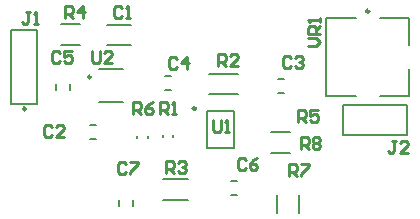
<source format=gbr>
G04*
G04 #@! TF.GenerationSoftware,Altium Limited,Altium Designer,25.3.3 (18)*
G04*
G04 Layer_Color=65535*
%FSLAX44Y44*%
%MOMM*%
G71*
G04*
G04 #@! TF.SameCoordinates,BFC568DA-C1B5-42DE-8167-96A376B3F609*
G04*
G04*
G04 #@! TF.FilePolarity,Positive*
G04*
G01*
G75*
%ADD10C,0.2500*%
%ADD11C,0.2000*%
%ADD12C,0.1270*%
%ADD13C,0.2540*%
D10*
X412980Y1133673D02*
G03*
X412980Y1133673I-1250J0D01*
G01*
X556850Y1134080D02*
G03*
X556850Y1134080I-1250J0D01*
G01*
X468079Y1160660D02*
G03*
X468079Y1160660I-1250J0D01*
G01*
X703560Y1216290D02*
G03*
X703560Y1216290I-1250J0D01*
G01*
D11*
X400480Y1138173D02*
Y1200173D01*
X422480D01*
Y1138173D02*
Y1200173D01*
X400480Y1138173D02*
X422480D01*
X529313Y1074530D02*
X550374D01*
X529313Y1056530D02*
X550374D01*
X586811Y1060769D02*
X591749D01*
X586811Y1072831D02*
X591749D01*
X681360Y1111250D02*
Y1136650D01*
X735960D01*
Y1111250D02*
Y1136650D01*
X681360Y1111250D02*
X735960D01*
X450531Y1149511D02*
Y1154449D01*
X438469Y1149511D02*
Y1154449D01*
X503871Y1051721D02*
Y1056659D01*
X491809Y1051721D02*
Y1056659D01*
X620650Y1113898D02*
X636651D01*
X620650Y1095898D02*
X636651D01*
X566350Y1100831D02*
Y1131831D01*
X589350Y1100831D02*
Y1131831D01*
X566350D02*
X589350D01*
X566350Y1100831D02*
X589350D01*
X568182Y1162990D02*
X592304D01*
X568182Y1145869D02*
X592304D01*
X475141Y1167160D02*
X495141D01*
X475141Y1139160D02*
X495141D01*
X625500Y1045864D02*
Y1060864D01*
X644500Y1045864D02*
Y1060864D01*
X530841Y1149669D02*
X535779D01*
X530841Y1161731D02*
X535779D01*
X467521Y1107759D02*
X472459D01*
X467521Y1119821D02*
X472459D01*
X442850Y1187340D02*
X458849D01*
X442850Y1205340D02*
X458849D01*
X667010Y1144290D02*
Y1210290D01*
X692060D01*
X712560D02*
X736910D01*
X712560Y1144290D02*
X736910D01*
X667010D02*
X692060D01*
X736910Y1187540D02*
Y1210290D01*
Y1144290D02*
Y1167040D01*
X626181Y1159191D02*
X631119D01*
X626181Y1147129D02*
X631119D01*
X481512Y1187840D02*
X501634D01*
X481512Y1204840D02*
X501634D01*
D12*
X537900Y1109570D02*
Y1111770D01*
X528900Y1109570D02*
Y1111770D01*
X516310Y1108880D02*
Y1111080D01*
X507310Y1108880D02*
Y1111080D01*
D13*
X416560Y1215308D02*
X413228D01*
X414894D01*
Y1206978D01*
X413228Y1205312D01*
X411562D01*
X409896Y1206978D01*
X419892Y1205312D02*
X423224D01*
X421558D01*
Y1215308D01*
X419892Y1213642D01*
X531419Y1079582D02*
Y1089578D01*
X536418D01*
X538084Y1087912D01*
Y1084580D01*
X536418Y1082914D01*
X531419D01*
X534752D02*
X538084Y1079582D01*
X541416Y1087912D02*
X543082Y1089578D01*
X546414D01*
X548081Y1087912D01*
Y1086246D01*
X546414Y1084580D01*
X544748D01*
X546414D01*
X548081Y1082914D01*
Y1081248D01*
X546414Y1079582D01*
X543082D01*
X541416Y1081248D01*
X598953Y1090452D02*
X597287Y1092118D01*
X593955D01*
X592289Y1090452D01*
Y1083788D01*
X593955Y1082122D01*
X597287D01*
X598953Y1083788D01*
X608950Y1092118D02*
X605618Y1090452D01*
X602286Y1087120D01*
Y1083788D01*
X603952Y1082122D01*
X607284D01*
X608950Y1083788D01*
Y1085454D01*
X607284Y1087120D01*
X602286D01*
X726044Y1106088D02*
X722712D01*
X724378D01*
Y1097758D01*
X722712Y1096092D01*
X721046D01*
X719379Y1097758D01*
X736041Y1096092D02*
X729376D01*
X736041Y1102756D01*
Y1104422D01*
X734374Y1106088D01*
X731042D01*
X729376Y1104422D01*
X441564Y1180622D02*
X439898Y1182288D01*
X436566D01*
X434899Y1180622D01*
Y1173958D01*
X436566Y1172292D01*
X439898D01*
X441564Y1173958D01*
X451561Y1182288D02*
X444896D01*
Y1177290D01*
X448228Y1178956D01*
X449894D01*
X451561Y1177290D01*
Y1173958D01*
X449894Y1172292D01*
X446562D01*
X444896Y1173958D01*
X497444Y1086732D02*
X495778Y1088398D01*
X492445D01*
X490779Y1086732D01*
Y1080068D01*
X492445Y1078401D01*
X495778D01*
X497444Y1080068D01*
X500776Y1088398D02*
X507441D01*
Y1086732D01*
X500776Y1080068D01*
Y1078401D01*
X526735Y1129112D02*
Y1139108D01*
X531734D01*
X533400Y1137442D01*
Y1134110D01*
X531734Y1132444D01*
X526735D01*
X530068D02*
X533400Y1129112D01*
X536732D02*
X540065D01*
X538398D01*
Y1139108D01*
X536732Y1137442D01*
X645600Y1099900D02*
Y1109897D01*
X650598D01*
X652264Y1108231D01*
Y1104899D01*
X650598Y1103232D01*
X645600D01*
X648932D02*
X652264Y1099900D01*
X655597Y1108231D02*
X657263Y1109897D01*
X660595D01*
X662261Y1108231D01*
Y1106565D01*
X660595Y1104899D01*
X662261Y1103232D01*
Y1101566D01*
X660595Y1099900D01*
X657263D01*
X655597Y1101566D01*
Y1103232D01*
X657263Y1104899D01*
X655597Y1106565D01*
Y1108231D01*
X657263Y1104899D02*
X660595D01*
X571185Y1123868D02*
Y1115538D01*
X572852Y1113872D01*
X576184D01*
X577850Y1115538D01*
Y1123868D01*
X581182Y1113872D02*
X584515D01*
X582848D01*
Y1123868D01*
X581182Y1122202D01*
X575722Y1169752D02*
Y1179748D01*
X580720D01*
X582386Y1178082D01*
Y1174750D01*
X580720Y1173084D01*
X575722D01*
X579054D02*
X582386Y1169752D01*
X592383D02*
X585718D01*
X592383Y1176416D01*
Y1178082D01*
X590717Y1179748D01*
X587384D01*
X585718Y1178082D01*
X469189Y1182288D02*
Y1173958D01*
X470855Y1172292D01*
X474188D01*
X475854Y1173958D01*
Y1182288D01*
X485851Y1172292D02*
X479186D01*
X485851Y1178956D01*
Y1180622D01*
X484184Y1182288D01*
X480852D01*
X479186Y1180622D01*
X643179Y1122762D02*
Y1132758D01*
X648178D01*
X649844Y1131092D01*
Y1127760D01*
X648178Y1126094D01*
X643179D01*
X646512D02*
X649844Y1122762D01*
X659841Y1132758D02*
X653176D01*
Y1127760D01*
X656508Y1129426D01*
X658175D01*
X659841Y1127760D01*
Y1124428D01*
X658175Y1122762D01*
X654842D01*
X653176Y1124428D01*
X635559Y1077042D02*
Y1087038D01*
X640558D01*
X642224Y1085372D01*
Y1082040D01*
X640558Y1080374D01*
X635559D01*
X638892D02*
X642224Y1077042D01*
X645556Y1087038D02*
X652221D01*
Y1085372D01*
X645556Y1078708D01*
Y1077042D01*
X540624Y1175542D02*
X538958Y1177208D01*
X535625D01*
X533959Y1175542D01*
Y1168878D01*
X535625Y1167212D01*
X538958D01*
X540624Y1168878D01*
X548955Y1167212D02*
Y1177208D01*
X543956Y1172210D01*
X550621D01*
X503479Y1129112D02*
Y1139108D01*
X508478D01*
X510144Y1137442D01*
Y1134110D01*
X508478Y1132444D01*
X503479D01*
X506812D02*
X510144Y1129112D01*
X520141Y1139108D02*
X516808Y1137442D01*
X513476Y1134110D01*
Y1130778D01*
X515142Y1129112D01*
X518475D01*
X520141Y1130778D01*
Y1132444D01*
X518475Y1134110D01*
X513476D01*
X435214Y1118392D02*
X433548Y1120058D01*
X430215D01*
X428549Y1118392D01*
Y1111728D01*
X430215Y1110062D01*
X433548D01*
X435214Y1111728D01*
X445211Y1110062D02*
X438546D01*
X445211Y1116726D01*
Y1118392D01*
X443545Y1120058D01*
X440212D01*
X438546Y1118392D01*
X446329Y1210392D02*
Y1220388D01*
X451328D01*
X452994Y1218722D01*
Y1215390D01*
X451328Y1213724D01*
X446329D01*
X449662D02*
X452994Y1210392D01*
X461325D02*
Y1220388D01*
X456326Y1215390D01*
X462991D01*
X651592Y1187217D02*
X658256D01*
X661588Y1190549D01*
X658256Y1193882D01*
X651592D01*
X661588Y1197214D02*
X651592D01*
Y1202212D01*
X653258Y1203878D01*
X656590D01*
X658256Y1202212D01*
Y1197214D01*
Y1200546D02*
X661588Y1203878D01*
Y1207211D02*
Y1210543D01*
Y1208877D01*
X651592D01*
X653258Y1207211D01*
X637144Y1176812D02*
X635478Y1178478D01*
X632146D01*
X630479Y1176812D01*
Y1170148D01*
X632146Y1168482D01*
X635478D01*
X637144Y1170148D01*
X640476Y1176812D02*
X642142Y1178478D01*
X645474D01*
X647141Y1176812D01*
Y1175146D01*
X645474Y1173480D01*
X643808D01*
X645474D01*
X647141Y1171814D01*
Y1170148D01*
X645474Y1168482D01*
X642142D01*
X640476Y1170148D01*
X494030Y1218722D02*
X492364Y1220388D01*
X489032D01*
X487365Y1218722D01*
Y1212058D01*
X489032Y1210392D01*
X492364D01*
X494030Y1212058D01*
X497362Y1210392D02*
X500695D01*
X499028D01*
Y1220388D01*
X497362Y1218722D01*
M02*

</source>
